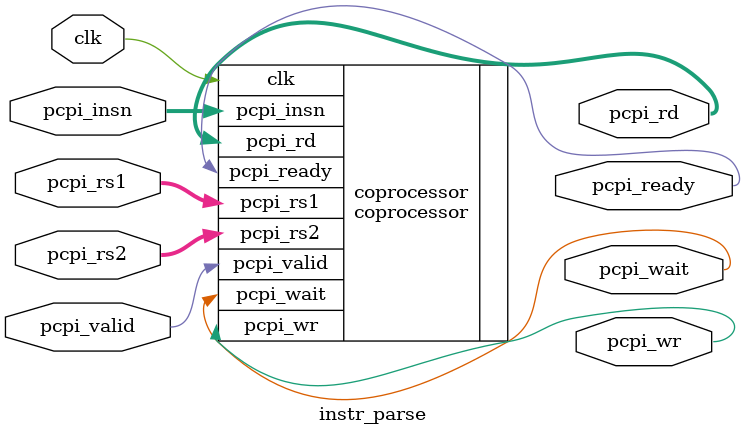
<source format=v>
`timescale 1ns / 1ps

module instr_parse(
    input clk,
    input[31:0] pcpi_rs1,
    input[31:0] pcpi_rs2,
    input[31:0] pcpi_insn,
    input pcpi_valid,
    output reg[31:0] pcpi_rd,
    output reg pcpi_wr,
    output reg pcpi_ready,
    output reg pcpi_wait
);

// Brnach based on instruction here

coprocessor coprocessor(.clk(clk),
.pcpi_rs1(pcpi_rs1),
.pcpi_rs2(pcpi_rs2),
.pcpi_insn(pcpi_insn),
.pcpi_valid(pcpi_valid),
.pcpi_rd(pcpi_rd),
.pcpi_wr(pcpi_wr),
.pcpi_ready(pcpi_ready),
.pcpi_wait(pcpi_wait));
   
endmodule

</source>
